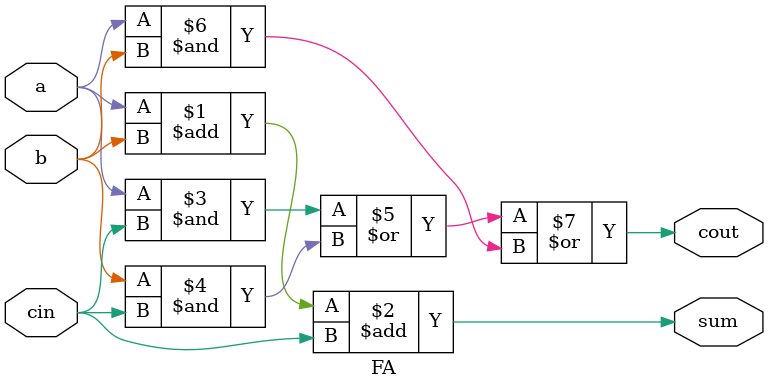
<source format=sv>
module top_module( 
    input logic [99:0] a, b,
    input logic cin,

    output logic cout,
    output logic [99:0] sum );

    genvar i;
    logic [98:0] q;

    FA inst1 (a[0],b[0],cin,q[0],sum[0]);
    FA inst2 (a[99],b[99],q[98],cout,sum[99]);

    generate
        for (i = 1; i< 99; i = i + 1) begin: adder
            FA inst (a[i],b[i],q[i - 1], q[i], sum[i]);
        end
    endgenerate

endmodule

module FA (
    input a, b, cin,
    output cout, sum
);
    assign sum = a + b + cin;
    assign cout = (a & cin) | (b & cin) | (a & b); 
endmodule
</source>
